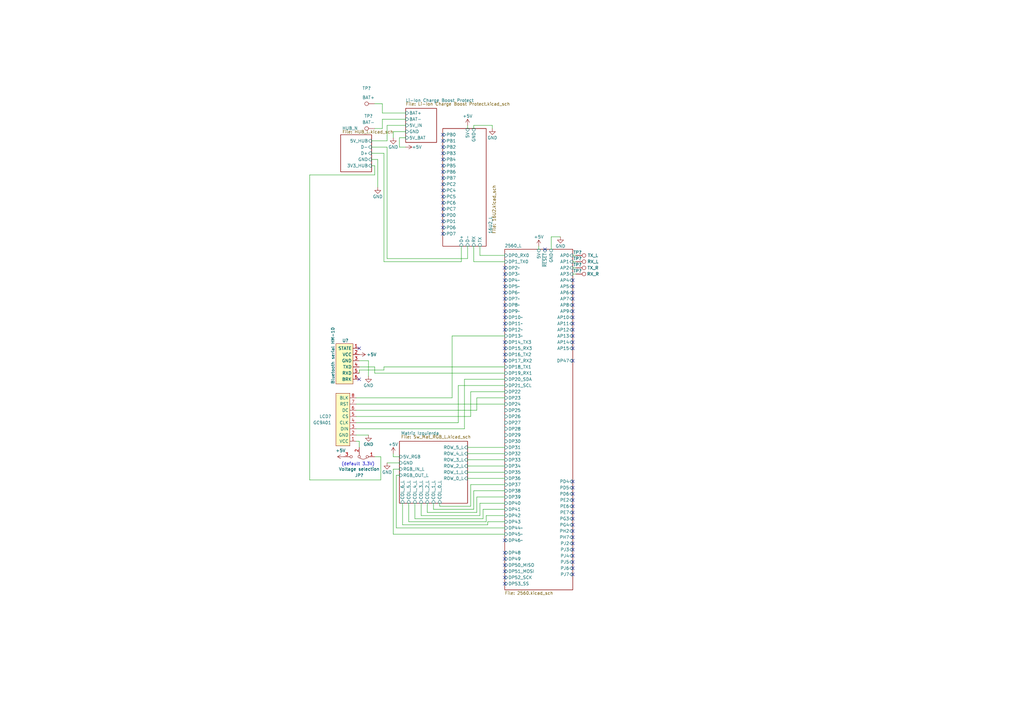
<source format=kicad_sch>
(kicad_sch (version 20211123) (generator eeschema)
  (paper "A3")
  (lib_symbols
    (symbol "Connector:TestPoint" (pin_numbers hide) (pin_names (offset 0.762) hide)
      (property "Reference" "TP" (at 0 6.858 0))
      (property "Value" "TestPoint" (at 0 5.08 0))
      (symbol "TestPoint_0_1"
        (circle (center 0 3.302) (radius 0.762))
      )
      (symbol "TestPoint_1_1"
        (pin passive line (at 0 0 90) (length 2.54) (name "1") (number "1"))
      )
    )
    (symbol "GC9A01:GC9A01"
      (property "Reference" "U" (at 0 6.985 0))
      (property "Value" "GC9A01" (at 0 5.08 0))
      (symbol "GC9A01_0_1"
        (rectangle (start 2.54 -18.415) (end -3.175 3.175) (stroke (width 0.1524)) (fill (type background)))
      )
      (symbol "GC9A01_1_1"
        (pin input line (at 5.08 1.27 180) (length 2.54) (name "VCC") (number "1"))
        (pin input line (at 5.08 -1.27 180) (length 2.54) (name "GND") (number "2"))
        (pin input line (at 5.08 -3.81 180) (length 2.54) (name "DIN") (number "3"))
        (pin input line (at 5.08 -6.35 180) (length 2.54) (name "CLK") (number "4"))
        (pin input line (at 5.08 -8.89 180) (length 2.54) (name "CS") (number "5"))
        (pin input line (at 5.08 -11.43 180) (length 2.54) (name "DC") (number "6"))
        (pin input line (at 5.08 -13.97 180) (length 2.54) (name "RST") (number "7"))
        (pin input line (at 5.08 -16.51 180) (length 2.54) (name "BLK") (number "8"))
      )
    )
    (symbol "HM-10:HM-10_Reduced"
      (property "Reference" "U" (at 0 0 0))
      (property "Value" "HM-10_Reduced" (at 0 2.54 0))
      (symbol "HM-10_Reduced_0_1"
        (rectangle (start -1.905 -1.27) (end 5.08 -17.78) (stroke (width 0.1524)) (fill (type background)))
      )
      (symbol "HM-10_Reduced_1_1"
        (pin input line (at -4.445 -15.875 0) (length 2.54) (name "STATE") (number "1"))
        (pin input line (at -4.445 -13.335 0) (length 2.54) (name "VCC") (number "2"))
        (pin input line (at -4.445 -10.795 0) (length 2.54) (name "GND") (number "3"))
        (pin input line (at -4.445 -8.255 0) (length 2.54) (name "TXD") (number "4"))
        (pin input line (at -4.445 -5.715 0) (length 2.54) (name "RXD") (number "5"))
        (pin input line (at -4.445 -3.175 0) (length 2.54) (name "BRK") (number "6"))
      )
    )
    (symbol "Jumper:Jumper_3_Bridged12" (pin_names (offset 0) hide)
      (property "Reference" "JP" (at -2.54 -2.54 0))
      (property "Value" "Jumper_3_Bridged12" (at 0 2.794 0))
      (symbol "Jumper_3_Bridged12_0_0"
        (circle (center -3.302 0) (radius 0.508))
        (circle (center 0 0) (radius 0.508))
        (circle (center 3.302 0) (radius 0.508))
      )
      (symbol "Jumper_3_Bridged12_0_1"
        (arc (start -0.254 0.508) (mid -1.651 0.9912) (end -3.048 0.508))
        (polyline (pts (xy 0 -1.27) (xy 0 -0.508)))
      )
      (symbol "Jumper_3_Bridged12_1_1"
        (pin passive line (at -6.35 0 0) (length 2.54) (name "A") (number "1"))
        (pin passive line (at 0 -3.81 90) (length 2.54) (name "C") (number "2"))
        (pin passive line (at 6.35 0 180) (length 2.54) (name "B") (number "3"))
      )
    )
    (symbol "power:+5V" (power) (pin_names (offset 0))
      (property "Value" "+5V" (at 0 3.556 0))
      (symbol "+5V_0_1"
        (polyline (pts (xy -0.762 1.27) (xy 0 2.54)))
        (polyline (pts (xy 0 0) (xy 0 2.54)))
        (polyline (pts (xy 0 2.54) (xy 0.762 1.27)))
      )
      (symbol "+5V_1_1"
        (pin power_in line (at 0 0 90) (length 0) hide (name "+5V") (number "1"))
      )
    )
    (symbol "power:GND" (power) (pin_names (offset 0))
      (property "Value" "GND" (at 0 -3.81 0))
      (symbol "GND_0_1"
        (polyline (pts (xy 0 0) (xy 0 -1.27) (xy 1.27 -1.27) (xy 0 -2.54) (xy -1.27 -1.27) (xy 0 -1.27)))
      )
      (symbol "GND_1_1"
        (pin power_in line (at 0 0 270) (length 0) hide (name "GND") (number "1"))
      )
    )
  )
  (no_connect (at 234.95 114.935))
  (no_connect (at 207.01 221.615))
  (no_connect (at 234.95 197.485))
  (no_connect (at 207.01 236.855))
  (no_connect (at 181.61 78.105))
  (no_connect (at 234.95 140.335))
  (no_connect (at 147.32 142.875))
  (no_connect (at 181.61 67.945))
  (no_connect (at 207.01 132.715))
  (no_connect (at 181.61 75.565))
  (no_connect (at 181.61 55.245))
  (no_connect (at 181.61 95.885))
  (no_connect (at 234.95 142.875))
  (no_connect (at 234.95 207.645))
  (no_connect (at 207.01 122.555))
  (no_connect (at 147.32 155.575))
  (no_connect (at 234.95 205.105))
  (no_connect (at 181.61 70.485))
  (no_connect (at 234.95 122.555))
  (no_connect (at 234.95 220.345))
  (no_connect (at 207.01 135.255))
  (no_connect (at 234.95 217.805))
  (no_connect (at 207.01 112.395))
  (no_connect (at 207.01 231.775))
  (no_connect (at 181.61 83.185))
  (no_connect (at 234.95 235.585))
  (no_connect (at 234.95 200.025))
  (no_connect (at 207.01 147.955))
  (no_connect (at 234.95 120.015))
  (no_connect (at 234.95 215.265))
  (no_connect (at 234.95 212.725))
  (no_connect (at 234.95 135.255))
  (no_connect (at 234.95 230.505))
  (no_connect (at 181.61 88.265))
  (no_connect (at 181.61 60.325))
  (no_connect (at 181.61 62.865))
  (no_connect (at 234.95 227.965))
  (no_connect (at 234.95 222.885))
  (no_connect (at 207.01 142.875))
  (no_connect (at 234.95 132.715))
  (no_connect (at 234.95 137.795))
  (no_connect (at 234.95 202.565))
  (no_connect (at 234.95 125.095))
  (no_connect (at 234.95 233.045))
  (no_connect (at 207.01 239.395))
  (no_connect (at 207.01 125.095))
  (no_connect (at 207.01 130.175))
  (no_connect (at 234.95 210.185))
  (no_connect (at 181.61 80.645))
  (no_connect (at 181.61 85.725))
  (no_connect (at 234.95 117.475))
  (no_connect (at 181.61 90.805))
  (no_connect (at 234.95 147.955))
  (no_connect (at 234.95 225.425))
  (no_connect (at 207.01 127.635))
  (no_connect (at 207.01 226.695))
  (no_connect (at 207.01 120.015))
  (no_connect (at 223.52 102.235))
  (no_connect (at 234.95 127.635))
  (no_connect (at 207.01 229.235))
  (no_connect (at 207.01 234.315))
  (no_connect (at 207.01 109.855))
  (no_connect (at 234.95 130.175))
  (no_connect (at 207.01 117.475))
  (no_connect (at 181.61 73.025))
  (no_connect (at 181.61 93.345))
  (no_connect (at 207.01 114.935))
  (no_connect (at 207.01 140.335))
  (no_connect (at 181.61 57.785))
  (no_connect (at 207.01 145.415))
  (no_connect (at 181.61 65.405))
  (wire (pts (xy 158.75 189.865) (xy 163.83 189.865)))
  (wire (pts (xy 156.845 52.705) (xy 156.845 48.895)))
  (wire (pts (xy 194.31 201.295) (xy 207.01 201.295)))
  (wire (pts (xy 147.32 183.515) (xy 147.32 180.975)))
  (wire (pts (xy 226.06 97.155) (xy 229.87 97.155)))
  (wire (pts (xy 152.4 60.325) (xy 158.75 60.325)))
  (wire (pts (xy 147.32 147.955) (xy 151.13 147.955)))
  (wire (pts (xy 158.75 106.045) (xy 191.77 106.045)))
  (wire (pts (xy 161.29 53.975) (xy 161.29 56.515)))
  (wire (pts (xy 147.32 153.035) (xy 147.32 151.765)))
  (wire (pts (xy 189.23 107.315) (xy 189.23 100.965)))
  (wire (pts (xy 207.01 213.995) (xy 200.025 213.995)))
  (wire (pts (xy 194.31 208.915) (xy 194.31 201.295)))
  (wire (pts (xy 161.29 192.405) (xy 163.83 192.405)))
  (wire (pts (xy 153.67 52.705) (xy 156.845 52.705)))
  (wire (pts (xy 199.39 213.995) (xy 199.39 211.455)))
  (wire (pts (xy 201.93 51.435) (xy 201.93 52.705)))
  (wire (pts (xy 156.845 46.355) (xy 166.37 46.355)))
  (wire (pts (xy 191.77 186.055) (xy 207.01 186.055)))
  (wire (pts (xy 127 71.755) (xy 153.67 71.755)))
  (wire (pts (xy 191.77 191.135) (xy 207.01 191.135)))
  (wire (pts (xy 193.04 207.645) (xy 193.04 198.755)))
  (wire (pts (xy 198.12 208.915) (xy 207.01 208.915)))
  (wire (pts (xy 167.64 206.375) (xy 167.64 213.995)))
  (wire (pts (xy 196.85 104.775) (xy 207.01 104.775)))
  (wire (pts (xy 187.96 173.355) (xy 187.96 158.115)))
  (wire (pts (xy 156.21 196.85) (xy 127 196.85)))
  (wire (pts (xy 191.77 196.215) (xy 207.01 196.215)))
  (wire (pts (xy 151.13 147.955) (xy 151.13 154.305)))
  (wire (pts (xy 196.85 100.965) (xy 196.85 104.775)))
  (wire (pts (xy 193.04 160.655) (xy 207.01 160.655)))
  (wire (pts (xy 191.77 106.045) (xy 191.77 100.965)))
  (wire (pts (xy 146.05 175.895) (xy 190.5 175.895)))
  (wire (pts (xy 152.4 57.785) (xy 158.75 57.785)))
  (wire (pts (xy 156.845 42.545) (xy 153.67 42.545)))
  (wire (pts (xy 195.58 203.835) (xy 207.01 203.835)))
  (wire (pts (xy 165.1 215.265) (xy 200.025 215.265)))
  (wire (pts (xy 185.42 137.795) (xy 207.01 137.795)))
  (wire (pts (xy 167.64 213.995) (xy 199.39 213.995)))
  (wire (pts (xy 187.96 158.115) (xy 207.01 158.115)))
  (wire (pts (xy 166.37 53.975) (xy 161.29 53.975)))
  (wire (pts (xy 196.85 211.455) (xy 196.85 206.375)))
  (wire (pts (xy 195.58 163.195) (xy 207.01 163.195)))
  (wire (pts (xy 153.67 150.495) (xy 153.67 153.035)))
  (wire (pts (xy 157.48 62.865) (xy 157.48 107.315)))
  (wire (pts (xy 147.32 180.975) (xy 146.05 180.975)))
  (wire (pts (xy 158.75 51.435) (xy 166.37 51.435)))
  (wire (pts (xy 158.75 60.325) (xy 158.75 106.045)))
  (wire (pts (xy 162.56 194.945) (xy 163.83 194.945)))
  (wire (pts (xy 220.98 100.965) (xy 220.98 102.235)))
  (wire (pts (xy 234.95 109.855) (xy 236.22 109.855)))
  (wire (pts (xy 146.05 178.435) (xy 151.13 178.435)))
  (wire (pts (xy 194.31 100.965) (xy 194.31 107.315)))
  (wire (pts (xy 157.48 107.315) (xy 189.23 107.315)))
  (wire (pts (xy 161.29 186.055) (xy 161.29 187.325)))
  (wire (pts (xy 194.31 52.705) (xy 194.31 51.435)))
  (wire (pts (xy 146.05 165.735) (xy 207.01 165.735)))
  (wire (pts (xy 195.58 168.275) (xy 195.58 163.195)))
  (wire (pts (xy 190.5 175.895) (xy 190.5 155.575)))
  (wire (pts (xy 185.42 163.195) (xy 185.42 137.795)))
  (wire (pts (xy 195.58 210.185) (xy 195.58 203.835)))
  (wire (pts (xy 157.48 150.495) (xy 207.01 150.495)))
  (wire (pts (xy 177.8 208.915) (xy 194.31 208.915)))
  (wire (pts (xy 194.31 107.315) (xy 207.01 107.315)))
  (wire (pts (xy 207.01 219.075) (xy 161.29 219.075)))
  (wire (pts (xy 146.05 168.275) (xy 195.58 168.275)))
  (wire (pts (xy 146.05 170.815) (xy 193.04 170.815)))
  (wire (pts (xy 180.34 206.375) (xy 180.34 207.645)))
  (wire (pts (xy 152.4 65.405) (xy 154.94 65.405)))
  (wire (pts (xy 152.4 62.865) (xy 157.48 62.865)))
  (wire (pts (xy 156.21 187.325) (xy 156.21 196.85)))
  (wire (pts (xy 156.845 48.895) (xy 166.37 48.895)))
  (wire (pts (xy 158.75 57.785) (xy 158.75 51.435)))
  (wire (pts (xy 234.95 107.315) (xy 236.22 107.315)))
  (wire (pts (xy 191.77 193.675) (xy 207.01 193.675)))
  (wire (pts (xy 163.83 56.515) (xy 163.83 60.325)))
  (wire (pts (xy 207.01 216.535) (xy 162.56 216.535)))
  (wire (pts (xy 161.29 192.405) (xy 161.29 219.075)))
  (wire (pts (xy 196.85 206.375) (xy 207.01 206.375)))
  (wire (pts (xy 162.56 194.945) (xy 162.56 216.535)))
  (wire (pts (xy 156.845 46.355) (xy 156.845 42.545)))
  (wire (pts (xy 191.77 183.515) (xy 207.01 183.515)))
  (wire (pts (xy 157.48 151.765) (xy 157.48 150.495)))
  (wire (pts (xy 200.025 213.995) (xy 200.025 215.265)))
  (wire (pts (xy 146.05 163.195) (xy 185.42 163.195)))
  (wire (pts (xy 152.4 67.945) (xy 153.67 67.945)))
  (wire (pts (xy 172.72 206.375) (xy 172.72 211.455)))
  (wire (pts (xy 175.26 206.375) (xy 175.26 210.185)))
  (wire (pts (xy 191.77 51.435) (xy 191.77 52.705)))
  (wire (pts (xy 153.67 71.755) (xy 153.67 67.945)))
  (wire (pts (xy 198.12 212.725) (xy 198.12 208.915)))
  (wire (pts (xy 163.83 60.325) (xy 166.37 60.325)))
  (wire (pts (xy 234.95 104.775) (xy 236.22 104.775)))
  (wire (pts (xy 170.18 212.725) (xy 198.12 212.725)))
  (wire (pts (xy 234.95 112.395) (xy 236.22 112.395)))
  (wire (pts (xy 193.04 170.815) (xy 193.04 160.655)))
  (wire (pts (xy 177.8 206.375) (xy 177.8 208.915)))
  (wire (pts (xy 165.1 215.265) (xy 165.1 206.375)))
  (wire (pts (xy 153.67 187.325) (xy 156.21 187.325)))
  (wire (pts (xy 154.94 65.405) (xy 154.94 76.835)))
  (wire (pts (xy 193.04 198.755) (xy 207.01 198.755)))
  (wire (pts (xy 226.06 102.235) (xy 226.06 97.155)))
  (wire (pts (xy 194.31 51.435) (xy 201.93 51.435)))
  (wire (pts (xy 153.67 153.035) (xy 207.01 153.035)))
  (wire (pts (xy 147.32 150.495) (xy 153.67 150.495)))
  (wire (pts (xy 146.05 173.355) (xy 187.96 173.355)))
  (wire (pts (xy 127 196.85) (xy 127 71.755)))
  (wire (pts (xy 180.34 207.645) (xy 193.04 207.645)))
  (wire (pts (xy 170.18 206.375) (xy 170.18 212.725)))
  (wire (pts (xy 172.72 211.455) (xy 196.85 211.455)))
  (wire (pts (xy 199.39 211.455) (xy 207.01 211.455)))
  (wire (pts (xy 147.32 151.765) (xy 157.48 151.765)))
  (wire (pts (xy 190.5 155.575) (xy 207.01 155.575)))
  (wire (pts (xy 175.26 210.185) (xy 195.58 210.185)))
  (wire (pts (xy 163.83 56.515) (xy 166.37 56.515)))
  (wire (pts (xy 161.29 187.325) (xy 163.83 187.325)))
  (wire (pts (xy 191.77 188.595) (xy 207.01 188.595)))
  (text "(default 3.3V)" (at 153.67 191.135 180) (effects (font (size 1.27 1.27)) (justify right bottom)))
  (symbol (lib_id "Connector:TestPoint") (at 236.22 107.315 270) (unit 1)
    (property "Reference" "TP?" (at 236.855 106.045 90))
    (property "Value" "RX_L" (at 243.205 107.315 90))
    (property "Footprint" "TestPoint:TestPoint_Pad_D3.0mm" (effects hide))
  )
  (symbol (lib_id "power:GND") (at 151.13 154.305 0) (unit 1)
    (property "Reference" "#PWR?" (effects hide))
    (property "Value" "GND" (at 151.13 158.115 0))
  )
  (symbol (lib_id "power:+5V") (at 166.37 60.325 270) (unit 1)
    (property "Reference" "#PWR?" (effects hide))
    (property "Value" "+5V" (at 168.91 60.325 90) (effects (justify left)))
  )
  (symbol (lib_id "power:+5V") (at 161.29 186.055 0) (unit 1)
    (property "Reference" "#PWR?" (effects hide))
    (property "Value" "+5V" (at 161.29 182.245 0))
  )
  (symbol (lib_id "Jumper:Jumper_3_Bridged12") (at 147.32 187.325 180) (unit 1)
    (property "Reference" "JP?" (at 147.32 194.945 0))
    (property "Value" "Voltage selection" (at 147.32 192.405 0))
    (property "Footprint" "Jumper:SolderJumper-3_P1.3mm_Open_Pad1.0x1.5mm" (effects hide))
  )
  (symbol (lib_id "Connector:TestPoint") (at 153.67 42.545 90) (unit 1)
    (property "Reference" "TP?" (at 150.368 36.195 90))
    (property "Value" "BAT+" (at 151.13 40.005 90))
    (property "Footprint" "TestPoint:TestPoint_Pad_D3.0mm" (effects hide))
  )
  (symbol (lib_id "GC9A01:GC9A01") (at 140.97 179.705 0) (mirror x) (unit 1)
    (property "Reference" "LCD?" (at 135.89 170.8149 0) (effects (justify right)))
    (property "Value" "GC9A01" (at 135.89 173.3549 0) (effects (justify right)))
    (property "Footprint" "Connector_PinHeader_2.54mm:PinHeader_2x04_P2.54mm_Horizontal" (effects hide))
  )
  (symbol (lib_id "Connector:TestPoint") (at 236.22 104.775 270) (unit 1)
    (property "Reference" "TP?" (at 236.855 103.505 90))
    (property "Value" "TX_L" (at 243.205 104.775 90))
    (property "Footprint" "TestPoint:TestPoint_Pad_D3.0mm" (effects hide))
  )
  (symbol (lib_id "Connector:TestPoint") (at 236.22 109.855 270) (unit 1)
    (property "Reference" "TP?" (at 236.855 108.585 90))
    (property "Value" "TX_R" (at 243.205 109.855 90))
    (property "Footprint" "TestPoint:TestPoint_Pad_D3.0mm" (effects hide))
  )
  (symbol (lib_id "HM-10:HM-10_Reduced") (at 142.875 158.75 180) (unit 1)
    (property "Reference" "U?" (at 140.335 139.7 0) (effects (justify right)))
    (property "Value" "Bluetooth serial HM-10" (at 136.525 157.48 90) (effects (justify right)))
    (property "Footprint" "Connector_PinHeader_2.54mm:PinHeader_1x06_P2.54mm_Vertical" (effects hide))
  )
  (symbol (lib_id "power:GND") (at 161.29 56.515 0) (unit 1)
    (property "Reference" "#PWR?" (effects hide))
    (property "Value" "GND" (at 161.29 60.325 0))
  )
  (symbol (lib_id "power:GND") (at 201.93 52.705 0) (unit 1)
    (property "Reference" "#PWR?" (effects hide))
    (property "Value" "GND" (at 201.93 56.515 0))
  )
  (symbol (lib_id "power:+5V") (at 191.77 51.435 0) (unit 1)
    (property "Reference" "#PWR?" (effects hide))
    (property "Value" "+5V" (at 191.77 47.625 0))
  )
  (symbol (lib_id "Connector:TestPoint") (at 153.67 52.705 90) (unit 1)
    (property "Reference" "TP?" (at 151.13 47.625 90))
    (property "Value" "BAT-" (at 151.13 50.165 90))
    (property "Footprint" "TestPoint:TestPoint_Pad_D3.0mm" (effects hide))
  )
  (symbol (lib_id "Connector:TestPoint") (at 236.22 112.395 270) (unit 1)
    (property "Reference" "TP?" (at 236.855 111.125 90))
    (property "Value" "RX_R" (at 243.205 112.395 90))
    (property "Footprint" "TestPoint:TestPoint_Pad_D3.0mm" (effects hide))
  )
  (symbol (lib_id "power:GND") (at 154.94 76.835 0) (unit 1)
    (property "Reference" "#PWR?" (effects hide))
    (property "Value" "GND" (at 154.94 80.645 0))
  )
  (symbol (lib_id "power:GND") (at 151.13 178.435 0) (unit 1)
    (property "Reference" "#PWR?" (effects hide))
    (property "Value" "GND" (at 151.13 182.245 0))
  )
  (symbol (lib_id "power:GND") (at 229.87 97.155 0) (unit 1)
    (property "Reference" "#PWR?" (effects hide))
    (property "Value" "GND" (at 229.87 100.965 0))
  )
  (symbol (lib_id "power:+5V") (at 220.98 100.965 0) (unit 1)
    (property "Reference" "#PWR?" (effects hide))
    (property "Value" "+5V" (at 220.98 97.155 0))
  )
  (symbol (lib_id "power:+5V") (at 140.97 187.325 90) (unit 1)
    (property "Reference" "#PWR?" (effects hide))
    (property "Value" "+5V" (at 139.7 184.785 90))
  )
  (symbol (lib_id "power:+5V") (at 147.32 145.415 270) (unit 1)
    (property "Reference" "#PWR?" (effects hide))
    (property "Value" "+5V" (at 152.4 145.415 90))
  )
  (symbol (lib_id "power:GND") (at 158.75 189.865 0) (unit 1)
    (property "Reference" "#PWR?" (effects hide))
    (property "Value" "GND" (at 158.75 193.675 0))
  )
  (sheet (at 163.83 180.975) (size 27.94 25.4) (stroke (width 0.1524))
    (property "Sheet name" "Matriz Izquierda" (at 164.465 178.435 0) (effects (justify left bottom)))
    (property "Sheet file" "Sw_Mat_RGB_L.kicad_sch" (at 164.465 178.435 0) (effects (justify left top)))
    (pin "ROW_4_L" input (at 191.77 186.055 0))
    (pin "ROW_5_L" input (at 191.77 183.515 0))
    (pin "ROW_2_L" input (at 191.77 191.135 0))
    (pin "ROW_3_L" input (at 191.77 188.595 0))
    (pin "COL_4_L" input (at 170.18 206.375 270))
    (pin "COL_2_L" input (at 175.26 206.375 270))
    (pin "COL_3_L" input (at 172.72 206.375 270))
    (pin "ROW_0_L" input (at 191.77 196.215 0))
    (pin "ROW_1_L" input (at 191.77 193.675 0))
    (pin "COL_5_L" input (at 167.64 206.375 270))
    (pin "5V_RGB" input (at 163.83 187.325 180))
    (pin "COL_1_L" input (at 177.8 206.375 270))
    (pin "COL_0_L" input (at 180.34 206.375 270))
    (pin "GND" input (at 163.83 189.865 180))
    (pin "RGB_OUT_L" input (at 163.83 194.945 180))
    (pin "RGB_IN_L" input (at 163.83 192.405 180))
    (pin "COL_6_L" input (at 165.1 206.375 270))
  )
  (sheet (at 181.61 52.705) (size 17.78 48.26) (stroke (width 0.1524))
    (property "Sheet name" "16U2_L" (at 201.93 95.885 90) (effects (justify left bottom)))
    (property "Sheet file" "16U2.kicad_sch" (at 201.93 95.885 90) (effects (justify left top)))
    (pin "D+" input (at 189.23 100.965 270))
    (pin "D-" input (at 191.77 100.965 270))
    (pin "PB2" input (at 181.61 60.325 180))
    (pin "PB4" input (at 181.61 65.405 180))
    (pin "PB1" input (at 181.61 57.785 180))
    (pin "PB0" input (at 181.61 55.245 180))
    (pin "PB3" input (at 181.61 62.865 180))
    (pin "PC4" input (at 181.61 78.105 180))
    (pin "PC2" input (at 181.61 75.565 180))
    (pin "PB5" input (at 181.61 67.945 180))
    (pin "PB6" input (at 181.61 70.485 180))
    (pin "PB7" input (at 181.61 73.025 180))
    (pin "PC7" input (at 181.61 85.725 180))
    (pin "PC5" input (at 181.61 80.645 180))
    (pin "PC6" input (at 181.61 83.185 180))
    (pin "PD0" input (at 181.61 88.265 180))
    (pin "PD1" input (at 181.61 90.805 180))
    (pin "RX" input (at 194.31 100.965 270))
    (pin "TX" input (at 196.85 100.965 270))
    (pin "PD6" input (at 181.61 93.345 180))
    (pin "PD7" input (at 181.61 95.885 180))
    (pin "GND" input (at 194.31 52.705 90))
    (pin "5V" input (at 191.77 52.705 90))
  )
  (sheet (at 207.01 102.235) (size 27.94 139.7) (stroke (width 0.1524))
    (property "Sheet name" "2560_L" (at 207.01 101.5234 0) (effects (justify left bottom)))
    (property "Sheet file" "2560.kicad_sch" (at 207.01 242.5196 0) (effects (justify left top)))
    (pin "DP49" input (at 207.01 229.235 180))
    (pin "DP43" input (at 207.01 213.995 180))
    (pin "DP46~" input (at 207.01 221.615 180))
    (pin "DP45~" input (at 207.01 219.075 180))
    (pin "DP44~" input (at 207.01 216.535 180))
    (pin "DP48" input (at 207.01 226.695 180))
    (pin "DP47" input (at 234.95 147.955 0))
    (pin "DP13~" input (at 207.01 137.795 180))
    (pin "DP12~" input (at 207.01 135.255 180))
    (pin "DP11~" input (at 207.01 132.715 180))
    (pin "DP20_SDA" input (at 207.01 155.575 180))
    (pin "DP21_SCL" input (at 207.01 158.115 180))
    (pin "DP10~" input (at 207.01 130.175 180))
    (pin "GND" input (at 226.06 102.235 90))
    (pin "5V" input (at 220.98 102.235 90))
    (pin "~{RESET}" input (at 223.52 102.235 90))
    (pin "AP9" input (at 234.95 127.635 0))
    (pin "AP10" input (at 234.95 130.175 0))
    (pin "AP12" input (at 234.95 135.255 0))
    (pin "AP11" input (at 234.95 132.715 0))
    (pin "DP42" input (at 207.01 211.455 180))
    (pin "AP8" input (at 234.95 125.095 0))
    (pin "DP0_RX0" input (at 207.01 104.775 180))
    (pin "DP1_TX0" input (at 207.01 107.315 180))
    (pin "PE2" input (at 234.95 205.105 0))
    (pin "DP38" input (at 207.01 201.295 180))
    (pin "PD6" input (at 234.95 202.565 0))
    (pin "DP15_RX3" input (at 207.01 142.875 180))
    (pin "DP14_TX3" input (at 207.01 140.335 180))
    (pin "AP15" input (at 234.95 142.875 0))
    (pin "AP14" input (at 234.95 140.335 0))
    (pin "AP13" input (at 234.95 137.795 0))
    (pin "PJ3" input (at 234.95 225.425 0))
    (pin "PJ2" input (at 234.95 222.885 0))
    (pin "DP34" input (at 207.01 191.135 180))
    (pin "DP33" input (at 207.01 188.595 180))
    (pin "DP32" input (at 207.01 186.055 180))
    (pin "DP31" input (at 207.01 183.515 180))
    (pin "DP30" input (at 207.01 180.975 180))
    (pin "DP19_RX1" input (at 207.01 153.035 180))
    (pin "PD5" input (at 234.95 200.025 0))
    (pin "DP18_TX1" input (at 207.01 150.495 180))
    (pin "PD4" input (at 234.95 197.485 0))
    (pin "DP37" input (at 207.01 198.755 180))
    (pin "DP36" input (at 207.01 196.215 180))
    (pin "DP35" input (at 207.01 193.675 180))
    (pin "DP53_SS" input (at 207.01 239.395 180))
    (pin "DP5~" input (at 207.01 117.475 180))
    (pin "DP2~" input (at 207.01 109.855 180))
    (pin "DP3~" input (at 207.01 112.395 180))
    (pin "PE6" input (at 234.95 207.645 0))
    (pin "PE7" input (at 234.95 210.185 0))
    (pin "PH2" input (at 234.95 217.805 0))
    (pin "DP16_TX2" input (at 207.01 145.415 180))
    (pin "DP17_RX2" input (at 207.01 147.955 180))
    (pin "DP6~" input (at 207.01 120.015 180))
    (pin "DP7~" input (at 207.01 122.555 180))
    (pin "DP4~" input (at 207.01 114.935 180))
    (pin "PG4" input (at 234.95 215.265 0))
    (pin "PG3" input (at 234.95 212.725 0))
    (pin "PJ4" input (at 234.95 227.965 0))
    (pin "PJ5" input (at 234.95 230.505 0))
    (pin "PJ6" input (at 234.95 233.045 0))
    (pin "PJ7" input (at 234.95 235.585 0))
    (pin "PH7" input (at 234.95 220.345 0))
    (pin "DP8~" input (at 207.01 125.095 180))
    (pin "DP9~" input (at 207.01 127.635 180))
    (pin "DP41" input (at 207.01 208.915 180))
    (pin "DP40" input (at 207.01 206.375 180))
    (pin "DP39" input (at 207.01 203.835 180))
    (pin "AP7" input (at 234.95 122.555 0))
    (pin "AP1" input (at 234.95 107.315 0))
    (pin "AP6" input (at 234.95 120.015 0))
    (pin "AP5" input (at 234.95 117.475 0))
    (pin "AP4" input (at 234.95 114.935 0))
    (pin "AP3" input (at 234.95 112.395 0))
    (pin "AP2" input (at 234.95 109.855 0))
    (pin "AP0" input (at 234.95 104.775 0))
    (pin "DP29" input (at 207.01 178.435 180))
    (pin "DP28" input (at 207.01 175.895 180))
    (pin "DP27" input (at 207.01 173.355 180))
    (pin "DP26" input (at 207.01 170.815 180))
    (pin "DP25" input (at 207.01 168.275 180))
    (pin "DP24" input (at 207.01 165.735 180))
    (pin "DP23" input (at 207.01 163.195 180))
    (pin "DP22" input (at 207.01 160.655 180))
    (pin "DP51_MOSI" input (at 207.01 234.315 180))
    (pin "DP50_MISO" input (at 207.01 231.775 180))
    (pin "DP52_SCK" input (at 207.01 236.855 180))
  )
  (sheet (at 166.37 44.45) (size 12.7 13.97) (stroke (width 0.1524))
    (property "Sheet name" "Li-Ion Charge Boost Protect" (at 166.37 41.91 0) (effects (justify left bottom)))
    (property "Sheet file" "Li-Ion Charge Boost Protect.kicad_sch" (at 166.37 41.91 0) (effects (justify left top)))
    (pin "BAT+" input (at 166.37 46.355 180))
    (pin "GND" input (at 166.37 53.975 180))
    (pin "BAT-" input (at 166.37 48.895 180))
    (pin "5V_IN" input (at 166.37 51.435 180))
    (pin "5V_BAT" input (at 166.37 56.515 180))
  )
  (sheet (at 139.7 55.245) (size 12.7 15.24) (stroke (width 0.1524))
    (property "Sheet name" "HUB_N" (at 140.335 53.34 0) (effects (justify left bottom)))
    (property "Sheet file" "HUB_L.kicad_sch" (at 140.335 53.34 0) (effects (justify left top)))
    (pin "D-" input (at 152.4 60.325 0))
    (pin "5V_HUB" input (at 152.4 57.785 0))
    (pin "D+" input (at 152.4 62.865 0))
    (pin "GND" input (at 152.4 65.405 0))
    (pin "3V3_HUB" input (at 152.4 67.945 0))
  )
)
</source>
